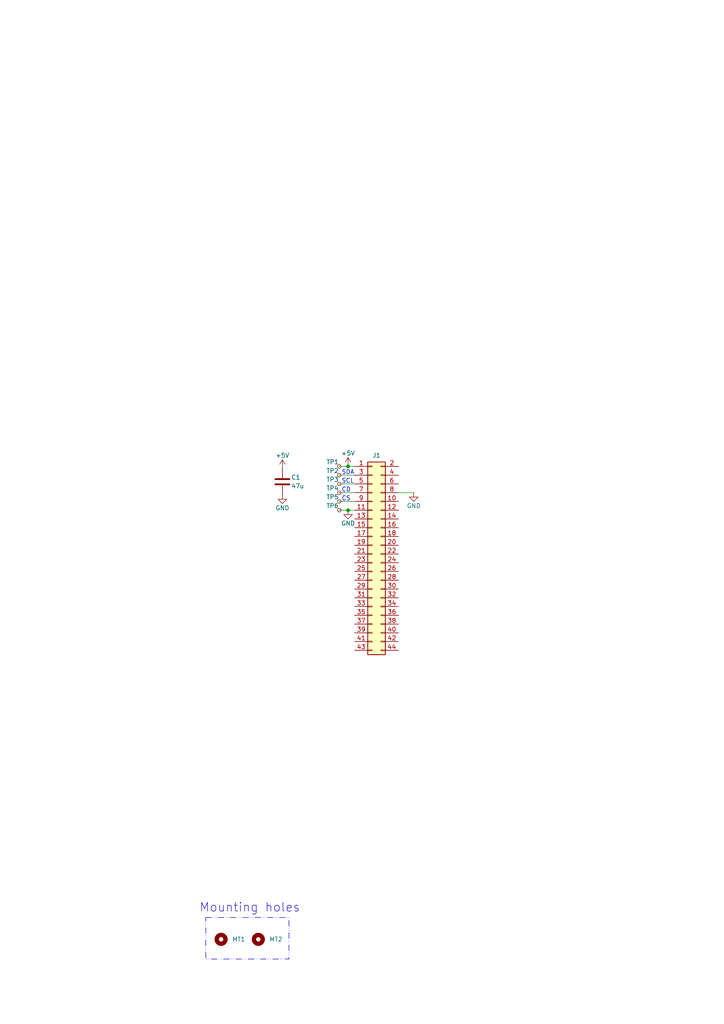
<source format=kicad_sch>
(kicad_sch (version 20230121) (generator eeschema)
  (paper "A4" portrait)
  (lib_symbols
    (symbol "Connector:TestPoint_Small" (pin_numbers hide) (pin_names (offset 0.762) hide)
      (property "Reference" "TP" (at 0 3.81 0))
      (property "Value" "TestPoint_Small" (at 0 2.032 0))
      (symbol "TestPoint_Small_0_1"
        (circle (center 0 0) (radius 0.508))
      )
      (symbol "TestPoint_Small_1_1"
        (pin passive line (at 0 0 90) (length 0) (name "1") (number "1"))
      )
    )
    (symbol "Connector_Generic:Conn_02x22_Odd_Even" (pin_names (offset 1.016) hide)
      (property "Reference" "J" (at 1.27 27.94 0))
      (property "Value" "Conn_02x22_Odd_Even" (at 1.27 -30.48 0))
      (symbol "Conn_02x22_Odd_Even_1_1"
        (rectangle (start -1.27 -27.813) (end 0 -28.067) (stroke (width 0.1524)))
        (rectangle (start -1.27 -25.273) (end 0 -25.527) (stroke (width 0.1524)))
        (rectangle (start -1.27 -22.733) (end 0 -22.987) (stroke (width 0.1524)))
        (rectangle (start -1.27 -20.193) (end 0 -20.447) (stroke (width 0.1524)))
        (rectangle (start -1.27 -17.653) (end 0 -17.907) (stroke (width 0.1524)))
        (rectangle (start -1.27 -15.113) (end 0 -15.367) (stroke (width 0.1524)))
        (rectangle (start -1.27 -12.573) (end 0 -12.827) (stroke (width 0.1524)))
        (rectangle (start -1.27 -10.033) (end 0 -10.287) (stroke (width 0.1524)))
        (rectangle (start -1.27 -7.493) (end 0 -7.747) (stroke (width 0.1524)))
        (rectangle (start -1.27 -4.953) (end 0 -5.207) (stroke (width 0.1524)))
        (rectangle (start -1.27 -2.413) (end 0 -2.667) (stroke (width 0.1524)))
        (rectangle (start -1.27 0.127) (end 0 -0.127) (stroke (width 0.1524)))
        (rectangle (start -1.27 2.667) (end 0 2.413) (stroke (width 0.1524)))
        (rectangle (start -1.27 5.207) (end 0 4.953) (stroke (width 0.1524)))
        (rectangle (start -1.27 7.747) (end 0 7.493) (stroke (width 0.1524)))
        (rectangle (start -1.27 10.287) (end 0 10.033) (stroke (width 0.1524)))
        (rectangle (start -1.27 12.827) (end 0 12.573) (stroke (width 0.1524)))
        (rectangle (start -1.27 15.367) (end 0 15.113) (stroke (width 0.1524)))
        (rectangle (start -1.27 17.907) (end 0 17.653) (stroke (width 0.1524)))
        (rectangle (start -1.27 20.447) (end 0 20.193) (stroke (width 0.1524)))
        (rectangle (start -1.27 22.987) (end 0 22.733) (stroke (width 0.1524)))
        (rectangle (start -1.27 25.527) (end 0 25.273) (stroke (width 0.1524)))
        (rectangle (start -1.27 26.67) (end 3.81 -29.21) (stroke (width 0.254)) (fill (type background)))
        (rectangle (start 3.81 -27.813) (end 2.54 -28.067) (stroke (width 0.1524)))
        (rectangle (start 3.81 -25.273) (end 2.54 -25.527) (stroke (width 0.1524)))
        (rectangle (start 3.81 -22.733) (end 2.54 -22.987) (stroke (width 0.1524)))
        (rectangle (start 3.81 -20.193) (end 2.54 -20.447) (stroke (width 0.1524)))
        (rectangle (start 3.81 -17.653) (end 2.54 -17.907) (stroke (width 0.1524)))
        (rectangle (start 3.81 -15.113) (end 2.54 -15.367) (stroke (width 0.1524)))
        (rectangle (start 3.81 -12.573) (end 2.54 -12.827) (stroke (width 0.1524)))
        (rectangle (start 3.81 -10.033) (end 2.54 -10.287) (stroke (width 0.1524)))
        (rectangle (start 3.81 -7.493) (end 2.54 -7.747) (stroke (width 0.1524)))
        (rectangle (start 3.81 -4.953) (end 2.54 -5.207) (stroke (width 0.1524)))
        (rectangle (start 3.81 -2.413) (end 2.54 -2.667) (stroke (width 0.1524)))
        (rectangle (start 3.81 0.127) (end 2.54 -0.127) (stroke (width 0.1524)))
        (rectangle (start 3.81 2.667) (end 2.54 2.413) (stroke (width 0.1524)))
        (rectangle (start 3.81 5.207) (end 2.54 4.953) (stroke (width 0.1524)))
        (rectangle (start 3.81 7.747) (end 2.54 7.493) (stroke (width 0.1524)))
        (rectangle (start 3.81 10.287) (end 2.54 10.033) (stroke (width 0.1524)))
        (rectangle (start 3.81 12.827) (end 2.54 12.573) (stroke (width 0.1524)))
        (rectangle (start 3.81 15.367) (end 2.54 15.113) (stroke (width 0.1524)))
        (rectangle (start 3.81 17.907) (end 2.54 17.653) (stroke (width 0.1524)))
        (rectangle (start 3.81 20.447) (end 2.54 20.193) (stroke (width 0.1524)))
        (rectangle (start 3.81 22.987) (end 2.54 22.733) (stroke (width 0.1524)))
        (rectangle (start 3.81 25.527) (end 2.54 25.273) (stroke (width 0.1524)))
        (pin passive line (at -5.08 25.4 0) (length 3.81) (name "Pin_1") (number "1"))
        (pin passive line (at 7.62 15.24 180) (length 3.81) (name "Pin_10") (number "10"))
        (pin passive line (at -5.08 12.7 0) (length 3.81) (name "Pin_11") (number "11"))
        (pin passive line (at 7.62 12.7 180) (length 3.81) (name "Pin_12") (number "12"))
        (pin passive line (at -5.08 10.16 0) (length 3.81) (name "Pin_13") (number "13"))
        (pin passive line (at 7.62 10.16 180) (length 3.81) (name "Pin_14") (number "14"))
        (pin passive line (at -5.08 7.62 0) (length 3.81) (name "Pin_15") (number "15"))
        (pin passive line (at 7.62 7.62 180) (length 3.81) (name "Pin_16") (number "16"))
        (pin passive line (at -5.08 5.08 0) (length 3.81) (name "Pin_17") (number "17"))
        (pin passive line (at 7.62 5.08 180) (length 3.81) (name "Pin_18") (number "18"))
        (pin passive line (at -5.08 2.54 0) (length 3.81) (name "Pin_19") (number "19"))
        (pin passive line (at 7.62 25.4 180) (length 3.81) (name "Pin_2") (number "2"))
        (pin passive line (at 7.62 2.54 180) (length 3.81) (name "Pin_20") (number "20"))
        (pin passive line (at -5.08 0 0) (length 3.81) (name "Pin_21") (number "21"))
        (pin passive line (at 7.62 0 180) (length 3.81) (name "Pin_22") (number "22"))
        (pin passive line (at -5.08 -2.54 0) (length 3.81) (name "Pin_23") (number "23"))
        (pin passive line (at 7.62 -2.54 180) (length 3.81) (name "Pin_24") (number "24"))
        (pin passive line (at -5.08 -5.08 0) (length 3.81) (name "Pin_25") (number "25"))
        (pin passive line (at 7.62 -5.08 180) (length 3.81) (name "Pin_26") (number "26"))
        (pin passive line (at -5.08 -7.62 0) (length 3.81) (name "Pin_27") (number "27"))
        (pin passive line (at 7.62 -7.62 180) (length 3.81) (name "Pin_28") (number "28"))
        (pin passive line (at -5.08 -10.16 0) (length 3.81) (name "Pin_29") (number "29"))
        (pin passive line (at -5.08 22.86 0) (length 3.81) (name "Pin_3") (number "3"))
        (pin passive line (at 7.62 -10.16 180) (length 3.81) (name "Pin_30") (number "30"))
        (pin passive line (at -5.08 -12.7 0) (length 3.81) (name "Pin_31") (number "31"))
        (pin passive line (at 7.62 -12.7 180) (length 3.81) (name "Pin_32") (number "32"))
        (pin passive line (at -5.08 -15.24 0) (length 3.81) (name "Pin_33") (number "33"))
        (pin passive line (at 7.62 -15.24 180) (length 3.81) (name "Pin_34") (number "34"))
        (pin passive line (at -5.08 -17.78 0) (length 3.81) (name "Pin_35") (number "35"))
        (pin passive line (at 7.62 -17.78 180) (length 3.81) (name "Pin_36") (number "36"))
        (pin passive line (at -5.08 -20.32 0) (length 3.81) (name "Pin_37") (number "37"))
        (pin passive line (at 7.62 -20.32 180) (length 3.81) (name "Pin_38") (number "38"))
        (pin passive line (at -5.08 -22.86 0) (length 3.81) (name "Pin_39") (number "39"))
        (pin passive line (at 7.62 22.86 180) (length 3.81) (name "Pin_4") (number "4"))
        (pin passive line (at 7.62 -22.86 180) (length 3.81) (name "Pin_40") (number "40"))
        (pin passive line (at -5.08 -25.4 0) (length 3.81) (name "Pin_41") (number "41"))
        (pin passive line (at 7.62 -25.4 180) (length 3.81) (name "Pin_42") (number "42"))
        (pin passive line (at -5.08 -27.94 0) (length 3.81) (name "Pin_43") (number "43"))
        (pin passive line (at 7.62 -27.94 180) (length 3.81) (name "Pin_44") (number "44"))
        (pin passive line (at -5.08 20.32 0) (length 3.81) (name "Pin_5") (number "5"))
        (pin passive line (at 7.62 20.32 180) (length 3.81) (name "Pin_6") (number "6"))
        (pin passive line (at -5.08 17.78 0) (length 3.81) (name "Pin_7") (number "7"))
        (pin passive line (at 7.62 17.78 180) (length 3.81) (name "Pin_8") (number "8"))
        (pin passive line (at -5.08 15.24 0) (length 3.81) (name "Pin_9") (number "9"))
      )
    )
    (symbol "Device:C" (pin_numbers hide) (pin_names (offset 0.254))
      (property "Reference" "C" (at 0.635 2.54 0))
      (property "Value" "C" (at 0.635 -2.54 0))
      (symbol "C_0_1"
        (polyline (pts (xy -2.032 -0.762) (xy 2.032 -0.762)) (stroke (width 0.508)))
        (polyline (pts (xy -2.032 0.762) (xy 2.032 0.762)) (stroke (width 0.508)))
      )
      (symbol "C_1_1"
        (pin passive line (at 0 3.81 270) (length 2.794) (name "~") (number "1"))
        (pin passive line (at 0 -3.81 90) (length 2.794) (name "~") (number "2"))
      )
    )
    (symbol "Mechanical:MountingHole" (pin_names (offset 1.016))
      (property "Reference" "H" (at 0 5.08 0))
      (property "Value" "MountingHole" (at 0 3.175 0))
      (symbol "MountingHole_0_1"
        (circle (center 0 0) (radius 1.27) (stroke (width 1.27)))
      )
    )
    (symbol "power:+5V" (power) (pin_names (offset 0))
      (property "Value" "+5V" (at 0 3.556 0))
      (symbol "+5V_0_1"
        (polyline (pts (xy -0.762 1.27) (xy 0 2.54)))
        (polyline (pts (xy 0 0) (xy 0 2.54)))
        (polyline (pts (xy 0 2.54) (xy 0.762 1.27)))
      )
      (symbol "+5V_1_1"
        (pin power_in line (at 0 0 90) (length 0) hide (name "+5V") (number "1"))
      )
    )
    (symbol "power:GND" (power) (pin_names (offset 0))
      (property "Value" "GND" (at 0 -3.81 0))
      (symbol "GND_0_1"
        (polyline (pts (xy 0 0) (xy 0 -1.27) (xy 1.27 -1.27) (xy 0 -2.54) (xy -1.27 -1.27) (xy 0 -1.27)))
      )
      (symbol "GND_1_1"
        (pin power_in line (at 0 0 270) (length 0) hide (name "GND") (number "1"))
      )
    )
  )
  (junction (at 100.965 147.955))
  (junction (at 100.965 135.255))
  (wire (pts (xy 115.57 142.875) (xy 120.015 142.875)))
  (wire (pts (xy 98.425 137.795) (xy 102.87 137.795)))
  (wire (pts (xy 98.425 135.255) (xy 100.965 135.255)))
  (wire (pts (xy 98.425 140.335) (xy 102.87 140.335)))
  (wire (pts (xy 100.965 147.955) (xy 102.87 147.955)))
  (wire (pts (xy 100.965 135.255) (xy 102.87 135.255)))
  (wire (pts (xy 98.425 142.875) (xy 102.87 142.875)))
  (wire (pts (xy 98.425 145.415) (xy 102.87 145.415)))
  (wire (pts (xy 98.425 147.955) (xy 100.965 147.955)))
  (rectangle (start 59.69 266.065) (end 83.82 278.13) (stroke (width 0) (type dash_dot_dot)))
  (text "SCL" (at 99.06 140.335 0) (effects (font (size 1.27 1.27)) (justify left bottom)))
  (text "Mounting holes" (at 57.785 264.795 0) (effects (font (size 2.54 2.54)) (justify left bottom)))
  (text "CS" (at 99.06 145.415 0) (effects (font (size 1.27 1.27)) (justify left bottom)))
  (text "SDA" (at 99.06 137.795 0) (effects (font (size 1.27 1.27)) (justify left bottom)))
  (text "CD" (at 99.06 142.875 0) (effects (font (size 1.27 1.27)) (justify left bottom)))
  (symbol (lib_id "Connector:TestPoint_Small") (at 98.425 145.415 0) (unit 1)
    (property "Reference" "TP5" (at 94.615 144.145 0) (effects (justify left)))
    (property "Value" "TestPoint_Small" (effects hide))
    (property "Footprint" "TestPoint:TestPoint_THTPad_D1.5mm_Drill0.7mm" (effects hide))
  )
  (symbol (lib_id "Device:C") (at 81.915 139.7 180) (unit 1)
    (property "Reference" "C1" (at 84.455 138.43 0) (effects (justify right)))
    (property "Value" "47u" (at 84.455 140.97 0) (effects (justify right)))
    (property "Footprint" "Capacitor_SMD:C_0805_2012Metric" (effects hide))
  )
  (symbol (lib_id "power:GND") (at 81.915 143.51 0) (unit 1)
    (property "Reference" "#PWR04" (effects hide))
    (property "Value" "GND" (at 81.915 147.32 0))
  )
  (symbol (lib_id "power:+5V") (at 81.915 135.89 0) (unit 1)
    (property "Reference" "#PWR03" (effects hide))
    (property "Value" "+5V" (at 81.915 132.08 0))
  )
  (symbol (lib_id "Connector:TestPoint_Small") (at 98.425 135.255 0) (unit 1)
    (property "Reference" "TP1" (at 94.615 133.985 0) (effects (justify left)))
    (property "Value" "TestPoint_Small" (effects hide))
    (property "Footprint" "TestPoint:TestPoint_THTPad_D1.5mm_Drill0.7mm" (effects hide))
  )
  (symbol (lib_id "Connector:TestPoint_Small") (at 98.425 137.795 0) (unit 1)
    (property "Reference" "TP2" (at 94.615 136.525 0) (effects (justify left)))
    (property "Value" "TestPoint_Small" (effects hide))
    (property "Footprint" "TestPoint:TestPoint_THTPad_D1.5mm_Drill0.7mm" (effects hide))
  )
  (symbol (lib_id "Mechanical:MountingHole") (at 64.135 272.415 0) (unit 1)
    (property "Reference" "MT1" (at 67.31 272.415 0) (effects (justify left)))
    (property "Value" "MountingHole" (effects hide))
    (property "Footprint" "MountingHole:MountingHole_3.2mm_M3" (effects hide))
  )
  (symbol (lib_id "Connector:TestPoint_Small") (at 98.425 147.955 0) (unit 1)
    (property "Reference" "TP6" (at 94.615 146.685 0) (effects (justify left)))
    (property "Value" "TestPoint_Small" (effects hide))
    (property "Footprint" "TestPoint:TestPoint_THTPad_D1.5mm_Drill0.7mm" (effects hide))
  )
  (symbol (lib_id "Connector:TestPoint_Small") (at 98.425 140.335 0) (unit 1)
    (property "Reference" "TP3" (at 94.615 139.065 0) (effects (justify left)))
    (property "Value" "TestPoint_Small" (effects hide))
    (property "Footprint" "TestPoint:TestPoint_THTPad_D1.5mm_Drill0.7mm" (effects hide))
  )
  (symbol (lib_id "power:GND") (at 120.015 142.875 0) (unit 1)
    (property "Reference" "#PWR05" (effects hide))
    (property "Value" "GND" (at 120.015 146.685 0))
  )
  (symbol (lib_id "power:GND") (at 100.965 147.955 0) (unit 1)
    (property "Reference" "#PWR02" (effects hide))
    (property "Value" "GND" (at 100.965 151.765 0))
  )
  (symbol (lib_id "Mechanical:MountingHole") (at 74.93 272.415 0) (unit 1)
    (property "Reference" "MT2" (at 78.105 272.415 0) (effects (justify left)))
    (property "Value" "MountingHole" (effects hide))
    (property "Footprint" "MountingHole:MountingHole_3.2mm_M3" (effects hide))
  )
  (symbol (lib_id "Connector_Generic:Conn_02x22_Odd_Even") (at 107.95 160.655 0) (unit 1)
    (property "Reference" "J1" (at 109.22 132.08 0))
    (property "Value" "Conn_02x22_Odd_Even" (effects hide))
    (property "Footprint" "synthguitar:TE_5530843-4" (effects hide))
  )
  (symbol (lib_id "power:+5V") (at 100.965 135.255 0) (unit 1)
    (property "Reference" "#PWR01" (effects hide))
    (property "Value" "+5V" (at 100.965 131.445 0))
  )
  (symbol (lib_id "Connector:TestPoint_Small") (at 98.425 142.875 0) (unit 1)
    (property "Reference" "TP4" (at 94.615 141.605 0) (effects (justify left)))
    (property "Value" "TestPoint_Small" (effects hide))
    (property "Footprint" "TestPoint:TestPoint_THTPad_D1.5mm_Drill0.7mm" (effects hide))
  )
)
</source>
